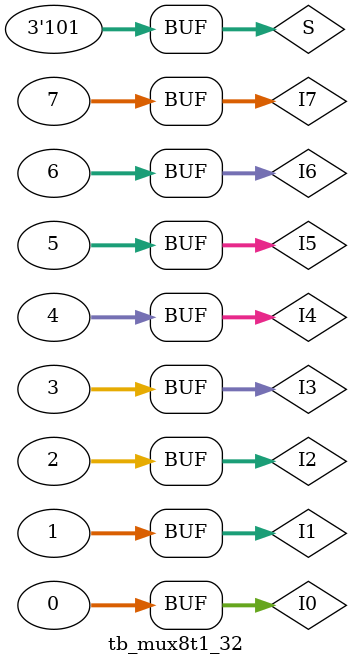
<source format=v>
`timescale 1ns / 1ps


module tb_mux8t1_32(

    );
    
    reg [31:0] I0,I1,I2,I3,I4,I5,I6,I7;
    reg [2:0] S;
    wire [31:0] O0;
    
     MUX8T1_32 m1(
        I0,I1,I2,I3,I4,I5,I6,I7,
        S,
        O0
    );
    initial begin
    #50;
    I0 = 32'd0; I1=32'd1; I2 = 32'd2; I3=32'd3;
    I4 = 32'd4; I5=32'd5; I6 = 32'd6; I7=32'd7;
    #50;
    S = 3'd1;
    #50;
    S = 3'd2;
    #50;
    S = 3'd5;
    #50;
    end
endmodule

</source>
